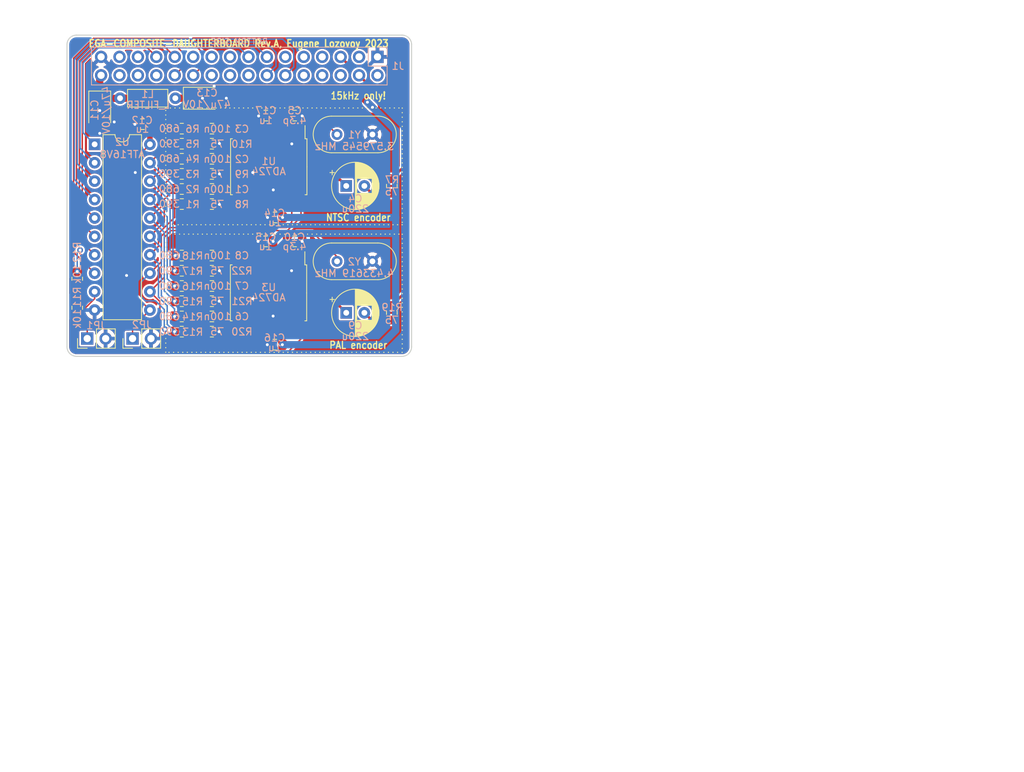
<source format=kicad_pcb>
(kicad_pcb (version 20221018) (generator pcbnew)
  (title_block (title "EGA-COMPOSITE-DAUGHTERBOARD") (date "2023-06-21") (rev "A") (company "Eugene Lozovoy"))
  (layers (0 "F.Cu" signal) (31 "B.Cu" signal) (34 "B.Paste" user) (35 "F.Paste" user) (36 "B.SilkS" user "B.Silkscreen") (37 "F.SilkS" user "F.Silkscreen") (38 "B.Mask" user) (39 "F.Mask" user) (44 "Edge.Cuts" user))
  (net 0 "")
  (net 1 "GND")
  (net 2 "Net-(U3-RIN)")
  (net 3 "Net-(U3-GIN)")
  (net 4 "Net-(U3-BIN)")
  (net 5 "Net-(U3-COMP)")
  (net 6 "Net-(U3-FIN)")
  (net 8 "/HIN")
  (net 9 "/VIN")
  (net 10 "/R1")
  (net 11 "/R0")
  (net 12 "/G1")
  (net 13 "/G0")
  (net 14 "/PAL")
  (net 15 "/B1")
  (net 16 "/B0")
  (net 17 "/NTSC")
  (net 18 "/VSYNC")
  (net 19 "/HSYNC")
  (net 26 "+5VA")
  (net 29 "/G0_IN")
  (net 30 "/B0_IN")
  (net 31 "/R0_IN")
  (net 42 "/B1_IN")
  (net 43 "/G1_IN")
  (net 44 "/R1_IN")
  (net 46 "Net-(U1-RIN)")
  (net 47 "Net-(C1-Pad2)")
  (net 48 "Net-(U1-GIN)")
  (net 49 "Net-(C2-Pad2)")
  (net 50 "Net-(U1-BIN)")
  (net 51 "Net-(C3-Pad2)")
  (net 52 "Net-(U1-COMP)")
  (net 53 "Net-(C4-Pad2)")
  (net 54 "Net-(U1-FIN)")
  (net 55 "Net-(C6-Pad2)")
  (net 56 "Net-(C7-Pad2)")
  (net 57 "Net-(C8-Pad2)")
  (net 58 "Net-(C9-Pad2)")
  (net 62 "+5V")
  (net 63 "Net-(JP1-A)")
  (net 64 "Net-(JP2-A)")
  (footprint "Resistor_SMD:R_0805_2012Metric_Pad1.20x1.40mm_HandSolder" (layer "F.Cu") (at 142.1625 118.55)
    (fp_text reference "R20")
    (fp_text value "75")
  )
  (footprint "Capacitor_SMD:C_0805_2012Metric_Pad1.18x1.45mm_HandSolder" (layer "F.Cu") (at 142.1625 90.55 180)
    (fp_text reference "C3")
    (fp_text value "100n")
  )
  (footprint "Capacitor_SMD:C_0805_2012Metric_Pad1.18x1.45mm_HandSolder" (layer "F.Cu") (at 153.5625 88.75)
    (fp_text reference "C5")
    (fp_text value "4.3p")
  )
  (footprint "Resistor_SMD:R_0805_2012Metric_Pad1.20x1.40mm_HandSolder" (layer "F.Cu") (at 138.0125 96.79)
    (fp_text reference "R3")
    (fp_text value "390")
  )
  (footprint "Package_SO:SOIC-16W_7.5x10.3mm_P1.27mm" (layer "F.Cu") (at 149.9675 113.2 -90)
    (fp_text reference "U3")
    (fp_text value "AD724")
  )
  (footprint "Capacitor_Tantalum_SMD:CP_EIA-3528-21_Kemet-B_Pad1.50x2.35mm_HandSolder" (layer "F.Cu") (at 140.8625 86.35)
    (fp_text reference "C13")
    (fp_text value "47u/10V")
  )
  (footprint "Capacitor_SMD:C_0805_2012Metric_Pad1.18x1.45mm_HandSolder" (layer "F.Cu") (at 142.1625 98.87 180)
    (fp_text reference "C1")
    (fp_text value "100n")
  )
  (footprint "Resistor_SMD:R_0805_2012Metric_Pad1.20x1.40mm_HandSolder" (layer "F.Cu") (at 123.6 111.25 -90)
    (fp_text reference "R12")
    (fp_text value "10k")
  )
  (footprint "Resistor_SMD:R_0805_2012Metric_Pad1.20x1.40mm_HandSolder" (layer "F.Cu") (at 138.0125 108.05)
    (fp_text reference "R18")
    (fp_text value "680")
  )
  (footprint "Resistor_SMD:R_0805_2012Metric_Pad1.20x1.40mm_HandSolder" (layer "F.Cu") (at 142.1625 96.79)
    (fp_text reference "R9")
    (fp_text value "75")
  )
  (footprint "Resistor_SMD:R_0805_2012Metric_Pad1.20x1.40mm_HandSolder" (layer "F.Cu") (at 123.6 115.25 -90)
    (fp_text reference "R11")
    (fp_text value "10k")
  )
  (footprint "Resistor_SMD:R_0805_2012Metric_Pad1.20x1.40mm_HandSolder" (layer "F.Cu") (at 138.0125 114.35)
    (fp_text reference "R15")
    (fp_text value "390")
  )
  (footprint "Resistor_SMD:R_0805_2012Metric_Pad1.20x1.40mm_HandSolder" (layer "F.Cu") (at 138.0125 116.45)
    (fp_text reference "R14")
    (fp_text value "680")
  )
  (footprint "Capacitor_SMD:C_0805_2012Metric_Pad1.18x1.45mm_HandSolder" (layer "F.Cu") (at 142.1625 94.71 180)
    (fp_text reference "C2")
    (fp_text value "100n")
  )
  (footprint "Capacitor_THT:CP_Radial_D6.3mm_P2.50mm" (layer "F.Cu") (at 160.680121 98.45)
    (fp_text reference "C4")
    (fp_text value "220u")
  )
  (footprint "Capacitor_SMD:C_0805_2012Metric_Pad1.18x1.45mm_HandSolder" (layer "F.Cu") (at 142.1625 112.25 180)
    (fp_text reference "C7")
    (fp_text value "100n")
  )
  (footprint "Capacitor_SMD:C_0805_2012Metric_Pad1.18x1.45mm_HandSolder" (layer "F.Cu") (at 153.5625 106.1)
    (fp_text reference "C10")
    (fp_text value "4.3p")
  )
  (footprint "Resistor_SMD:R_0805_2012Metric_Pad1.20x1.40mm_HandSolder" (layer "F.Cu") (at 138.0125 100.95)
    (fp_text reference "R1")
    (fp_text value "390")
  )
  (footprint "Capacitor_SMD:C_0805_2012Metric_Pad1.18x1.45mm_HandSolder" (layer "F.Cu") (at 142.1625 116.45 180)
    (fp_text reference "C6")
    (fp_text value "100n")
  )
  (footprint "Resistor_SMD:R_0805_2012Metric_Pad1.20x1.40mm_HandSolder" (layer "F.Cu") (at 142.1625 110.15)
    (fp_text reference "R22")
    (fp_text value "75")
  )
  (footprint "Capacitor_SMD:C_0805_2012Metric_Pad1.18x1.45mm_HandSolder" (layer "F.Cu") (at 149.565 106.1)
    (fp_text reference "C15")
    (fp_text value "1u")
  )
  (footprint "Resistor_SMD:R_0805_2012Metric_Pad1.20x1.40mm_HandSolder" (layer "F.Cu") (at 166.9675 115.95 -90)
    (fp_text reference "R19")
    (fp_text value "75")
  )
  (footprint "Capacitor_THT:CP_Radial_D6.3mm_P2.50mm" (layer "F.Cu") (at 160.680121 115.95)
    (fp_text reference "C9")
    (fp_text value "220u")
  )
  (footprint "Resistor_SMD:R_0805_2012Metric_Pad1.20x1.40mm_HandSolder" (layer "F.Cu") (at 138.0125 118.55)
    (fp_text reference "R13")
    (fp_text value "390")
  )
  (footprint "Resistor_SMD:R_0805_2012Metric_Pad1.20x1.40mm_HandSolder" (layer "F.Cu") (at 138.0125 90.55)
    (fp_text reference "R6")
    (fp_text value "680")
  )
  (footprint "Capacitor_SMD:C_0805_2012Metric_Pad1.18x1.45mm_HandSolder" (layer "F.Cu") (at 150.8675 102.8)
    (fp_text reference "C14")
    (fp_text value "1u")
  )
  (footprint "Capacitor_Tantalum_SMD:CP_EIA-3528-21_Kemet-B_Pad1.50x2.35mm_HandSolder" (layer "F.Cu") (at 126.7 88 -90)
    (fp_text reference "C11")
    (fp_text value "47u/10V")
  )
  (footprint "Resistor_SMD:R_0805_2012Metric_Pad1.20x1.40mm_HandSolder" (layer "F.Cu") (at 138.0125 112.25)
    (fp_text reference "R16")
    (fp_text value "680")
  )
  (footprint "Package_DIP:DIP-20_W7.62mm" (layer "F.Cu") (at 126 92.71)
    (fp_text reference "U2")
    (fp_text value "ATF16V8")
  )
  (footprint "Inductor_THT:L_Axial_L5.3mm_D2.2mm_P7.62mm_Horizontal_Vishay_IM-1" (layer "F.Cu") (at 129.5 86.35)
    (fp_text reference "L1")
    (fp_text value "L_FILTER")
  )
  (footprint "Resistor_SMD:R_0805_2012Metric_Pad1.20x1.40mm_HandSolder" (layer "F.Cu") (at 138.0125 94.71)
    (fp_text reference "R4")
    (fp_text value "680")
  )
  (footprint "Resistor_SMD:R_0805_2012Metric_Pad1.20x1.40mm_HandSolder" (layer "F.Cu") (at 166.9675 98.45 -90)
    (fp_text reference "R7")
    (fp_text value "75")
  )
  (footprint "Connector_PinHeader_2.54mm:PinHeader_1x02_P2.54mm_Vertical" (layer "F.Cu") (at 131.225 119.5 90)
    (fp_text reference "JP2")
    (fp_text value "Jumper_2_Open")
  )
  (footprint "Capacitor_SMD:C_0805_2012Metric_Pad1.18x1.45mm_HandSolder" (layer "F.Cu") (at 132.5825 89.935)
    (fp_text reference "C12")
    (fp_text value "1u")
  )
  (footprint "Resistor_SMD:R_0805_2012Metric_Pad1.20x1.40mm_HandSolder" (layer "F.Cu") (at 142.1625 114.35)
    (fp_text reference "R21")
    (fp_text value "75")
  )
  (footprint "Resistor_SMD:R_0805_2012Metric_Pad1.20x1.40mm_HandSolder" (layer "F.Cu") (at 142.1625 100.95)
    (fp_text reference "R8")
    (fp_text value "75")
  )
  (footprint "Resistor_SMD:R_0805_2012Metric_Pad1.20x1.40mm_HandSolder" (layer "F.Cu") (at 138.0125 98.87)
    (fp_text reference "R2")
    (fp_text value "680")
  )
  (footprint "Connector_PinHeader_2.54mm:PinHeader_1x02_P2.54mm_Vertical" (layer "F.Cu") (at 124.975 119.5 90)
    (fp_text reference "JP1")
    (fp_text value "Jumper_2_Open")
  )
  (footprint "Crystal:Crystal_HC49-4H_Vertical" (layer "F.Cu") (at 159.4125 91.35)
    (fp_text reference "Y1")
    (fp_text value "3.579545 MHz")
  )
  (footprint "Capacitor_SMD:C_0805_2012Metric_Pad1.18x1.45mm_HandSolder" (layer "F.Cu") (at 150.835 120.35)
    (fp_text reference "C16")
    (fp_text value "1u")
  )
  (footprint "Resistor_SMD:R_0805_2012Metric_Pad1.20x1.40mm_HandSolder" (layer "F.Cu") (at 138.0125 110.15)
    (fp_text reference "R17")
    (fp_text value "390")
  )
  (footprint "Resistor_SMD:R_0805_2012Metric_Pad1.20x1.40mm_HandSolder" (layer "F.Cu") (at 138.0125 92.63)
    (fp_text reference "R5")
    (fp_text value "390")
  )
  (footprint "Crystal:Crystal_HC49-4H_Vertical" (layer "F.Cu") (at 159.4125 108.85)
    (fp_text reference "Y2")
    (fp_text value "4.433619 MHz")
  )
  (footprint "Resistor_SMD:R_0805_2012Metric_Pad1.20x1.40mm_HandSolder" (layer "F.Cu") (at 142.1625 92.63)
    (fp_text reference "R10")
    (fp_text value "75")
  )
  (footprint "Capacitor_SMD:C_0805_2012Metric_Pad1.18x1.45mm_HandSolder" (layer "F.Cu") (at 142.1625 108.05 180)
    (fp_text reference "C8")
    (fp_text value "100n")
  )
  (footprint "Capacitor_SMD:C_0805_2012Metric_Pad1.18x1.45mm_HandSolder" (layer "F.Cu") (at 149.5975 88.75)
    (fp_text reference "C17")
    (fp_text value "1u")
  )
  (footprint "Package_SO:SOIC-16W_7.5x10.3mm_P1.27mm" (layer "F.Cu") (at 150 95.8 -90)
    (fp_text reference "U1")
    (fp_text value "AD724")
  )
  (footprint "Connector_PinHeader_2.54mm:PinHeader_2x16_P2.54mm_Vertical" (layer "B.Cu") (at 164.9875 80.65 90)
    (fp_text reference "J1")
    (fp_text value "EGA Feature Connector")
  )
  (gr_rect (start 135.8 87.7) (end 168.4 103.8) (stroke (width 0.15) (type dot)) (fill none) (layer "F.SilkS"))
  (gr_rect (start 135.8 105.1) (end 168.4 121.4) (stroke (width 0.15) (type dot)) (fill none) (layer "F.SilkS"))
  (gr_arc (start 169.69 120.637561) (mid 169.310029 121.561166) (end 168.39012 121.95) (stroke (width 0.15)) (layer "Edge.Cuts"))
  (gr_line (start 168.377561 77.65) (end 123.489881 77.65) (stroke (width 0.15)) (layer "Edge.Cuts"))
  (gr_line (start 123.502439 121.95) (end 168.39012 121.95) (stroke (width 0.15)) (layer "Edge.Cuts"))
  (gr_line (start 122.190001 78.962439) (end 122.19 120.65) (stroke (width 0.15)) (layer "Edge.Cuts"))
  (gr_arc (start 123.502439 121.95) (mid 122.578835 121.570029) (end 122.190001 120.650121) (stroke (width 0.15)) (layer "Edge.Cuts"))
  (gr_line (start 169.69 120.637561) (end 169.69 78.94988) (stroke (width 0.15)) (layer "Edge.Cuts"))
  (gr_arc (start 168.377561 77.65) (mid 169.301166 78.029971) (end 169.69 78.94988) (stroke (width 0.15)) (layer "Edge.Cuts"))
  (gr_arc (start 122.190001 78.962439) (mid 122.569972 78.038834) (end 123.489881 77.65) (stroke (width 0.15)) (layer "Edge.Cuts"))
  (gr_text "BOTTOM SIDE" (at 149.946579 79) (layer "B.SilkS") (effects (font (size 0.8 0.8) (thickness 0.12)) (justify left bottom mirror)))
  (gr_text "PAL encoder" (at 158.265476 121) (layer "F.SilkS") (effects (font (size 1 0.85) (thickness 0.17) bold) (justify left bottom)))
  (gr_text "15kHz only!" (at 158.447618 86.6) (layer "F.SilkS") (effects (font (size 1 0.85) (thickness 0.17) bold) (justify left bottom)))
  (gr_text "${TITLE} Rev.${REVISION}, ${COMPANY} 2023" (at 125.075864 79.4) (layer "F.SilkS") (effects (font (size 1 0.85) (thickness 0.2) bold) (justify left bottom)))
  (gr_text "NTSC encoder" (at 157.8 103.4) (layer "F.SilkS") (effects (font (size 1 0.85) (thickness 0.17) bold) (justify left bottom)))
  (segment (start 126.7 88.05) (end 126.7 89.625) (width 0.5) (layer "F.Cu") (net 1))
  (segment (start 150.635 99.01) (end 150.625 99) (width 0.5) (layer "F.Cu") (net 1))
  (segment (start 143.17 92.63) (end 143.2 92.6) (width 0.35) (layer "F.Cu") (net 1))
  (segment (start 143.19 96.79) (end 143.2 96.8) (width 0.35) (layer "F.Cu") (net 1))
  (segment (start 143.1625 118.55) (end 143.15 118.55) (width 0.35) (layer "F.Cu") (net 1))
  (segment (start 125.55 88.05) (end 126.7 88.05) (width 0.5) (layer "F.Cu") (net 1))
  (segment (start 150.6025 119.545) (end 149.7975 120.35) (width 0.5) (layer "F.Cu") (net 1))
  (segment (start 154.6 88.75) (end 154.6 88.8) (width 0.5) (layer "F.Cu") (net 1))
  (segment (start 149.365 100.45) (end 150.635 100.45) (width 0.2) (layer "F.Cu") (net 1))
  (segment (start 154.4125 108.55) (end 153.1425 108.55) (width 0.2) (layer "F.Cu") (net 1))
  (segment (start 150.635 101.995) (end 149.83 102.8) (width 0.5) (layer "F.Cu") (net 1))
  (segment (start 125 87.5) (end 125.55 88.05) (width 0.5) (layer "F.Cu") (net 1))
  (segment (start 126.8875 80.65) (end 128.1375 81.9) (width 0.5) (layer "F.Cu") (net 1))
  (segment (start 149.3325 117.85) (end 150.6025 117.85) (width 0.2) (layer "F.Cu") (net 1))
  (segment (start 154.6 88.75) (end 153.175 90.175) (width 0.5) (layer "F.Cu") (net 1))
  (segment (start 148.56 88.76) (end 148.6 88.8) (width 0.5) (layer "F.Cu") (net 1))
  (segment (start 153.1425 107.5575) (end 154.6 106.1) (width 0.5) (layer "F.Cu") (net 1))
  (segment (start 150.6025 117.85) (end 150.6025 116.4025) (width 0.5) (layer "F.Cu") (net 1))
  (segment (start 148.56 88.75) (end 148.56 88.76) (width 0.5) (layer "F.Cu") (net 1))
  (segment (start 150.635 100.45) (end 150.635 101.995) (width 0.5) (layer "F.Cu") (net 1))
  (segment (start 143.1625 96.79) (end 143.19 96.79) (width 0.35) (layer "F.Cu") (net 1))
  (segment (start 148.5275 106.1) (end 148.525 106.1) (width 0.5) (layer "F.Cu") (net 1))
  (segment (start 126.8875 80.65) (end 125 82.5375) (width 0.5) (layer "F.Cu") (net 1))
  (segment (start 143.1625 100.9625) (end 143.2 101) (width 0.35) (layer "F.Cu") (net 1))
  (segment (start 153.1425 110.1425) (end 153.1425 108.55) (width 0.5) (layer "F.Cu") (net 1))
  (segment (start 143.1625 110.15) (end 143.2 110.15) (width 0.35) (layer "F.Cu") (net 1))
  (segment (start 150.6025 116.4025) (end 150.6 116.4) (width 0.5) (layer "F.Cu") (net 1))
  (segment (start 153.175 92.65) (end 153.175 91.15) (width 0.5) (layer "F.Cu") (net 1))
  (segment (start 150.6025 117.85) (end 150.6025 119.545) (width 0.5) (layer "F.Cu") (net 1))
  (segment (start 153.1425 108.55) (end 153.1425 107.5575) (width 0.5) (layer "F.Cu") (net 1))
  (segment (start 143.1625 100.95) (end 143.1625 100.9625) (width 0.35) (layer "F.Cu") (net 1))
  (segment (start 143.1625 92.63) (end 143.17 92.63) (width 0.35) (layer "F.Cu") (net 1))
  (segment (start 125 82.5375) (end 125 87.5) (width 0.5) (layer "F.Cu") (net 1))
  (segment (start 150.635 100.45) (end 150.635 99.01) (width 0.5) (layer "F.Cu") (net 1))
  (segment (start 153.175 90.175) (end 153.175 91.15) (width 0.5) (layer "F.Cu") (net 1))
  (via (at 143.2 92.6) (size 0.8) (drill 0.4) (layers "F.Cu" "B.Cu") (net 1))
  (via (at 143.1625 114.35) (size 0.8) (drill 0.4) (layers "F.Cu" "B.Cu") (net 1))
  (via (at 147.8 114) (size 0.8) (drill 0.4) (layers "F.Cu" "B.Cu") (net 1))
  (via (at 131.6 96.6) (size 0.8) (drill 0.4) (layers "F.Cu" "B.Cu") (net 1))
  (via (at 143.2 96.8) (size 0.8) (drill 0.4) (layers "F.Cu" "B.Cu") (net 1))
  (via (at 131.55 89.95) (size 0.8) (drill 0.4) (layers "F.Cu" "B.Cu") (net 1))
  (via (at 143.2 110.15) (size 0.8) (drill 0.4) (layers "F.Cu" "B.Cu") (net 1))
  (via (at 148.6 88.8) (size 0.8) (drill 0.4) (layers "F.Cu" "B.Cu") (net 1))
  (via (at 128.7 89.625) (size 0.8) (drill 0.4) (layers "F.Cu" "B.Cu") (net 1))
  (via (at 142.475 84.675) (size 0.8) (drill 0.4) (layers "F.Cu" "B.Cu") (net 1))
  (via (at 143.15 118.55) (size 0.8) (drill 0.4) (layers "F.Cu" "B.Cu") (net 1))
  (via (at 154.6 88.8) (size 0.8) (drill 0.4) (layers "F.Cu" "B.Cu") (net 1))
  (via (at 150.6 116.4) (size 0.8) (drill 0.4) (layers "F.Cu" "B.Cu") (net 1))
  (via (at 153.175 92.65) (size 0.8) (drill 0.4) (layers "F.Cu" "B.Cu") (net 1))
  (via (at 153.1425 110.1425) (size 0.8) (drill 0.4) (layers "F.Cu" "B.Cu") (net 1))
  (via (at 143.2 101) (size 0.8) (drill 0.4) (layers "F.Cu" "B.Cu") (net 1))
  (via (at 147.8 96.6) (size 0.8) (drill 0.4) (layers "F.Cu" "B.Cu") (net 1))
  (via (at 126.7 91.2) (size 0.8) (drill 0.4) (layers "F.Cu" "B.Cu") (net 1))
  (via (at 144.15 86.35) (size 0.8) (drill 0.4) (layers "F.Cu" "B.Cu") (net 1))
  (via (at 126.7 88.05) (size 0.8) (drill 0.4) (layers "F.Cu" "B.Cu") (net 1))
  (via (at 140.8625 86.35) (size 0.8) (drill 0.4) (layers "F.Cu" "B.Cu") (net 1))
  (via (at 154.6 106.1) (size 0.8) (drill 0.4) (layers "F.Cu" "B.Cu") (net 1))
  (via (at 149.83 102.8) (size 0.8) (drill 0.4) (layers "F.Cu" "B.Cu") (net 1))
  (via (at 148.525 106.1) (size 0.8) (drill 0.4) (layers "F.Cu" "B.Cu") (net 1))
  (via (at 149.7975 120.35) (size 0.8) (drill 0.4) (layers "F.Cu" "B.Cu") (net 1))
  (via (at 150.625 99) (size 0.8) (drill 0.4) (layers "F.Cu" "B.Cu") (net 1))
  (via (at 130.4 110.8) (size 0.8) (drill 0.4) (layers "F.Cu" "B.Cu") (net 1))
  (segment (start 126.8875 80.65) (end 128.0375 81.8) (width 0.5) (layer "B.Cu") (net 1))
  (segment (start 164.9875 80.65) (end 163.6375 82) (width 0.5) (layer "B.Cu") (net 1))
  (segment (start 126.8875 80.65) (end 125.6375 81.9) (width 0.5) (layer "B.Cu") (net 1))
  (segment (start 143.2 116.45) (end 148.0625 111.5875) (width 0.35) (layer "F.Cu") (net 2))
  (segment (start 148.0625 111.5875) (end 148.0625 108.55) (width 0.35) (layer "F.Cu") (net 2))
  (segment (start 143.2 112.25) (end 144.55 112.25) (width 0.35) (layer "F.Cu") (net 3))
  (segment (start 146.7925 110.0075) (end 146.7925 108.55) (width 0.35) (layer "F.Cu") (net 3))
  (segment (start 144.55 112.25) (end 146.7925 110.0075) (width 0.35) (layer "F.Cu") (net 3))
  (segment (start 144.05 108.05) (end 144.55 108.55) (width 0.35) (layer "F.Cu") (net 4))
  (segment (start 144.55 108.55) (end 145.5225 108.55) (width 0.35) (layer "F.Cu") (net 4))
  (segment (start 143.2 108.05) (end 144.05 108.05) (width 0.35) (layer "F.Cu") (net 4))
  (segment (start 149.145038 115) (end 159.730121 115) (width 0.35) (layer "F.Cu") (net 5))
  (segment (start 146.7925 117.352538) (end 149.145038 115) (width 0.35) (layer "F.Cu") (net 5))
  (segment (start 159.730121 115) (end 160.680121 115.95) (width 0.35) (layer "F.Cu") (net 5))
  (segment (start 146.7925 117.85) (end 146.7925 117.352538) (width 0.35) (layer "F.Cu") (net 5))
  (segment (start 152.525 106.1) (end 153.825 104.8) (width 0.2) (layer "F.Cu") (net 6))
  (segment (start 153.825 104.8) (end 156 104.8) (width 0.2) (layer "F.Cu") (net 6))
  (segment (start 152.525 106.1) (end 151.8725 106.7525) (width 0.2) (layer "F.Cu") (net 6))
  (segment (start 159.4125 108.2125) (end 159.4125 108.85) (width 0.2) (layer "F.Cu") (net 6))
  (segment (start 151.8725 106.7525) (end 151.8725 108.55) (width 0.2) (layer "F.Cu") (net 6))
  (segment (start 156 104.8) (end 159.4125 108.2125) (width 0.2) (layer "F.Cu") (net 6))
  (segment (start 123.5 105.45) (end 126 107.95) (width 0.2) (layer "F.Cu") (net 8))
  (segment (start 123.5 81) (end 123.5 105.45) (width 0.2) (layer "F.Cu") (net 8))
  (segment (start 126 78.5) (end 123.5 81) (width 0.2) (layer "F.Cu") (net 8))
  (segment (start 137.0475 83.19) (end 138.3 81.9375) (width 0.2) (layer "F.Cu") (net 8))
  (segment (start 138.3 80.2) (end 136.6 78.5) (width 0.2) (layer "F.Cu") (net 8))
  (segment (start 138.3 81.9375) (end 138.3 80.2) (width 0.2) (layer "F.Cu") (net 8))
  (segment (start 136.6 78.5) (end 126 78.5) (width 0.2) (layer "F.Cu") (net 8))
  (segment (start 124.3 81.4) (end 124.3 101.17) (width 0.2) (layer "F.Cu") (net 9))
  (segment (start 133.1575 79.3) (end 126.4 79.3) (width 0.2) (layer "F.Cu") (net 9))
  (segment (start 124.3 101.17) (end 126 102.87) (width 0.2) (layer "F.Cu") (net 9))
  (segment (start 126.4 79.3) (end 124.3 81.4) (width 0.2) (layer "F.Cu") (net 9))
  (segment (start 134.5075 80.65) (end 133.1575 79.3) (width 0.2) (layer "F.Cu") (net 9))
  (segment (start 134.8 105) (end 134.8 106.77) (width 0.2) (layer "F.Cu") (net 10))
  (segment (start 137.0125 100.95) (end 137.0125 102.7875) (width 0.2) (layer "F.Cu") (net 10))
  (segment (start 137.0125 102.7875) (end 134.8 105) (width 0.2) (layer "F.Cu") (net 10))
  (segment (start 134.8 106.77) (end 133.62 107.95) (width 0.2) (layer "F.Cu") (net 10))
  (via (at 137.0125 118.55) (size 0.8) (drill 0.4) (layers "F.Cu" "B.Cu") (net 10))
  (segment (start 134.8 113.765686) (end 136 114.965686) (width 0.2) (layer "B.Cu") (net 10))
  (segment (start 136 117.5375) (end 137.0125 118.55) (width 0.2) (layer "B.Cu") (net 10))
  (segment (start 133.62 107.95) (end 134.8 109.13) (width 0.2) (layer "B.Cu") (net 10))
  (segment (start 136 114.965686) (end 136 117.5375) (width 0.2) (layer "B.Cu") (net 10))
  (segment (start 134.8 109.13) (end 134.8 113.765686) (width 0.2) (layer "B.Cu") (net 10))
  (segment (start 137.0125 98.87) (end 135.6 100.2825) (width 0.2) (layer "F.Cu") (net 11))
  (segment (start 135.6 100.2825) (end 135.6 103.43) (width 0.2) (layer "F.Cu") (net 11))
  (segment (start 135.6 103.43) (end 133.62 105.41) (width 0.2) (layer "F.Cu") (net 11))
  (via (at 137.0125 116.45) (size 0.8) (drill 0.4) (layers "F.Cu" "B.Cu") (net 11))
  (segment (start 135.2 106.99) (end 135.2 113.6) (width 0.2) (layer "B.Cu") (net 11))
  (segment (start 137.0125 115.4125) (end 137.0125 116.45) (width 0.2) (layer "B.Cu") (net 11))
  (segment (start 133.62 105.41) (end 135.2 106.99) (width 0.2) (layer "B.Cu") (net 11))
  (segment (start 135.2 113.6) (end 137.0125 115.4125) (width 0.2) (layer "B.Cu") (net 11))
  (segment (start 137.0125 96.79) (end 135.2 98.6025) (width 0.2) (layer "F.Cu") (net 12))
  (segment (start 135.2 98.6025) (end 135.2 101.29) (width 0.2) (layer "F.Cu") (net 12))
  (segment (start 135.2 101.29) (end 133.62 102.87) (width 0.2) (layer "F.Cu") (net 12))
  (via (at 137.0125 114.35) (size 0.8) (drill 0.4) (layers "F.Cu" "B.Cu") (net 12))
  (segment (start 135.6 104.85) (end 135.6 112.9375) (width 0.2) (layer "B.Cu") (net 12))
  (segment (start 133.62 102.87) (end 135.6 104.85) (width 0.2) (layer "B.Cu") (net 12))
  (segment (start 135.6 112.9375) (end 137.0125 114.35) (width 0.2) (layer "B.Cu") (net 12))
  (segment (start 137.0125 94.963186) (end 134.8 97.175686) (width 0.2) (layer "F.Cu") (net 13))
  (segment (start 134.8 97.175686) (end 134.8 99.15) (width 0.2) (layer "F.Cu") (net 13))
  (segment (start 134.8 99.15) (end 133.62 100.33) (width 0.2) (layer "F.Cu") (net 13))
  (segment (start 137.0125 94.71) (end 137.0125 94.963186) (width 0.2) (layer "F.Cu") (net 13))
  (via (at 137.0125 112.25) (size 0.8) (drill 0.4) (layers "F.Cu" "B.Cu") (net 13))
  (segment (start 136 111.2375) (end 137.0125 112.25) (width 0.2) (layer "B.Cu") (net 13))
  (segment (start 136 102.71) (end 136 111.2375) (width 0.2) (layer "B.Cu") (net 13))
  (segment (start 133.62 100.33) (end 136 102.71) (width 0.2) (layer "B.Cu") (net 13))
  (segment (start 159.9075 80.65) (end 161.1575 81.9) (width 0.35) (layer "F.Cu") (net 14))
  (segment (start 162.979912 81.9) (end 163.7625 82.682588) (width 0.35) (layer "F.Cu") (net 14))
  (segment (start 163.7625 82.682588) (end 163.7625 83.727182) (width 0.35) (layer "F.Cu") (net 14))
  (segment (start 169 96.195317) (end 169 112.9175) (width 0.35) (layer "F.Cu") (net 14))
  (segment (start 169 112.9175) (end 166.9675 114.95) (width 0.35) (layer "F.Cu") (net 14))
  (segment (start 161.1575 81.9) (end 162.979912 81.9) (width 0.35) (layer "F.Cu") (net 14))
  (segment (start 169.05 96.145317) (end 169 96.195317) (width 0.35) (layer "F.Cu") (net 14))
  (segment (start 169.05 89.014683) (end 169.05 96.145317) (width 0.35) (layer "F.Cu") (net 14))
  (segment (start 163.7625 83.727182) (end 169.05 89.014683) (width 0.35) (layer "F.Cu") (net 14))
  (segment (start 134.8 96.61) (end 133.62 97.79) (width 0.2) (layer "F.Cu") (net 15))
  (segment (start 134.8 94.8425) (end 134.8 96.61) (width 0.2) (layer "F.Cu") (net 15))
  (segment (start 137.0125 92.63) (end 134.8 94.8425) (width 0.2) (layer "F.Cu") (net 15))
  (via (at 137.0125 110.15) (size 0.8) (drill 0.4) (layers "F.Cu" "B.Cu") (net 15))
  (segment (start 136.4 100.57) (end 136.4 109.5375) (width 0.2) (layer "B.Cu") (net 15))
  (segment (start 133.62 97.79) (end 136.4 100.57) (width 0.2) (layer "B.Cu") (net 15))
  (segment (start 136.4 109.5375) (end 137.0125 110.15) (width 0.2) (layer "B.Cu") (net 15))
  (segment (start 134.8 94.07) (end 133.62 95.25) (width 0.2) (layer "F.Cu") (net 16))
  (segment (start 134.8 92.7625) (end 134.8 94.07) (width 0.2) (layer "F.Cu") (net 16))
  (segment (start 137.0125 90.55) (end 134.8 92.7625) (width 0.2) (layer "F.Cu") (net 16))
  (via (at 137.0995 108.05) (size 0.8) (drill 0.4) (layers "F.Cu" "B.Cu") (net 16))
  (segment (start 136.8 107.7505) (end 136.8 98.43) (width 0.2) (layer "B.Cu") (net 16))
  (segment (start 136.8 98.43) (end 133.62 95.25) (width 0.2) (layer "B.Cu") (net 16))
  (segment (start 137.0995 108.05) (end 136.8 107.7505) (width 0.2) (layer "B.Cu") (net 16))
  (segment (start 168.5 89.2425) (end 162.4475 83.19) (width 0.35) (layer "F.Cu") (net 17))
  (segment (start 166.9675 97.45) (end 168.5 95.9175) (width 0.35) (layer "F.Cu") (net 17))
  (segment (start 168.5 95.9175) (end 168.5 89.2425) (width 0.35) (layer "F.Cu") (net 17))
  (segment (start 148.6625 116.858604) (end 149.821104 115.7) (width 0.2) (layer "F.Cu") (net 18))
  (segment (start 135.2 108.91) (end 133.62 110.49) (width 0.2) (layer "F.Cu") (net 18))
  (segment (start 135.699058 119.433372) (end 137.265686 121) (width 0.2) (layer "F.Cu") (net 18))
  (segment (start 152.4 104.2) (end 153.175 103.425) (width 0.2) (layer "F.Cu") (net 18))
  (segment (start 135.2 105.369558) (end 135.2 108.91) (width 0.2) (layer "F.Cu") (net 18))
  (segment (start 146.573896 121) (end 148.6625 118.911396) (width 0.2) (layer "F.Cu") (net 18))
  (segment (start 137.265686 121) (end 146.573896 121) (width 0.2) (layer "F.Cu") (net 18))
  (segment (start 148.6625 118.911396) (end 148.6625 116.858604) (width 0.2) (layer "F.Cu") (net 18))
  (segment (start 136.369558 104.2) (end 152.4 104.2) (width 0.2) (layer "F.Cu") (net 18))
  (segment (start 151.949582 115.7) (end 153.1425 116.892918) (width 0.2) (layer "F.Cu") (net 18))
  (segment (start 153.1425 116.892918) (end 153.1425 117.85) (width 0.2) (layer "F.Cu") (net 18))
  (segment (start 149.821104 115.7) (end 151.949582 115.7) (width 0.2) (layer "F.Cu") (net 18))
  (segment (start 153.175 103.425) (end 153.175 100.45) (width 0.2) (layer "F.Cu") (net 18))
  (segment (start 135.699058 118.225802) (end 135.699058 119.433372) (width 0.2) (layer "F.Cu") (net 18))
  (segment (start 136.369558 104.2) (end 135.2 105.369558) (width 0.2) (layer "F.Cu") (net 18))
  (via (at 135.699058 118.225802) (size 0.8) (drill 0.4) (layers "F.Cu" "B.Cu") (net 18))
  (segment (start 135.6 118.126744) (end 135.6 115.5) (width 0.2) (layer "B.Cu") (net 18))
  (segment (start 135.699058 118.225802) (end 135.6 118.126744) (width 0.2) (layer "B.Cu") (net 18))
  (segment (start 135.6 115.5) (end 134.4 114.3) (width 0.2) (layer "B.Cu") (net 18))
  (segment (start 133 114.3) (end 132.4 113.7) (width 0.2) (layer "B.Cu") (net 18))
  (segment (start 132.4 113.7) (end 132.4 111.71) (width 0.2) (layer "B.Cu") (net 18))
  (segment (start 134.4 114.3) (end 133 114.3) (width 0.2) (layer "B.Cu") (net 18))
  (segment (start 132.4 111.71) (end 133.62 110.49) (width 0.2) (layer "B.Cu") (net 18))
  (segment (start 154.445 102.720686) (end 152.565686 104.6) (width 0.2) (layer "F.Cu") (net 19))
  (segment (start 152.565686 104.6) (end 136.535244 104.6) (width 0.2) (layer "F.Cu") (net 19))
  (segment (start 134.999058 119.499058) (end 134.999058 114.409058) (width 0.2) (layer "F.Cu") (net 19))
  (segment (start 135.6 105.535244) (end 135.6 111.05) (width 0.2) (layer "F.Cu") (net 19))
  (segment (start 135.6 111.05) (end 133.62 113.03) (width 0.2) (layer "F.Cu") (net 19))
  (segment (start 136.9 121.4) (end 134.999058 119.499058) (width 0.2) (layer "F.Cu") (net 19))
  (segment (start 154.4125 117.85) (end 154.4125 119.5875) (width 0.2) (layer "F.Cu") (net 19))
  (segment (start 134.999058 114.409058) (end 133.62 113.03) (width 0.2) (layer "F.Cu") (net 19))
  (segment (start 154.4125 119.5875) (end 152.6 121.4) (width 0.2) (layer "F.Cu") (net 19))
  (segment (start 152.6 121.4) (end 136.9 121.4) (width 0.2) (layer "F.Cu") (net 19))
  (segment (start 136.535244 104.6) (end 135.6 105.535244) (width 0.2) (layer "F.Cu") (net 19))
  (segment (start 154.445 100.45) (end 154.445 102.720686) (width 0.2) (layer "F.Cu") (net 19))
  (segment (start 145 88.6) (end 147.3 86.3) (width 1) (layer "F.Cu") (net 26))
  (segment (start 151.4 93.6) (end 153.8 93.6) (width 0.35) (layer "F.Cu") (net 26))
  (segment (start 150.635 91.15) (end 150.635 92.835) (width 0.35) (layer "F.Cu") (net 26))
  (segment (start 154.445 92.955) (end 154.445 91.15) (width 0.35) (layer "F.Cu") (net 26))
  (segment (start 149.3325 108.55) (end 150.6025 108.55) (width 0.35) (layer "F.Cu") (net 26))
  (segment (start 151.905 100.45) (end 151.905 102.8) (width 0.5) (layer "F.Cu") (net 26))
  (segment (start 153.8 93.6) (end 154.445 92.955) (width 0.35) (layer "F.Cu") (net 26))
  (segment (start 150.635 92.835) (end 151.4 93.6) (width 0.35) (layer "F.Cu") (net 26))
  (segment (start 164.3 87.6) (end 163 86.3) (width 1) (layer "F.Cu") (net 26))
  (segment (start 151.8725 117.85) (end 151.8725 120.35) (width 0.5) (layer "F.Cu") (net 26))
  (segment (start 163 86.3) (end 150.635 86.3) (width 1) (layer "F.Cu") (net 26))
  (segment (start 141.4875 88.6) (end 145 88.6) (width 1) (layer "F.Cu") (net 26))
  (segment (start 150.6025 106.1) (end 150.6025 108.55) (width 0.5) (layer "F.Cu") (net 26))
  (segment (start 150.635 86.3) (end 150.635 88.75) (width 1) (layer "F.Cu") (net 26))
  (segment (start 150.635 88.75) (end 150.635 91.15) (width 0.5) (layer "F.Cu") (net 26))
  (segment (start 147.3 86.3) (end 150.635 86.3) (width 1) (layer "F.Cu") (net 26))
  (segment (start 149.365 91.15) (end 150.635 91.15) (width 0.35) (layer "F.Cu") (net 26))
  (segment (start 139.2375 86.35) (end 141.4875 88.6) (width 1) (layer "F.Cu") (net 26))
  (segment (start 137.12 86.35) (end 139.2375 86.35) (width 1) (layer "F.Cu") (net 26))
  (via (at 151.905 102.8) (size 0.8) (drill 0.4) (layers "F.Cu" "B.Cu") (net 26))
  (via (at 163.6 86.9) (size 0.8) (drill 0.4) (layers "F.Cu" "B.Cu") (net 26))
  (via (at 150.6025 106.1) (size 0.8) (drill 0.4) (layers "F.Cu" "B.Cu") (net 26))
  (via (at 164.3 87.6) (size 0.8) (drill 0.4) (layers "F.Cu" "B.Cu") (net 26))
  (via (at 151.8725 120.35) (size 0.8) (drill 0.4) (layers "F.Cu" "B.Cu") (net 26))
  (segment (start 163.6 86.9) (end 167.5 90.8) (width 1) (layer "B.Cu") (net 26))
  (segment (start 151.7025 105) (end 167.5 105) (width 1) (layer "B.Cu") (net 26))
  (segment (start 150.6025 106.1) (end 151.7025 105) (width 1) (layer "B.Cu") (net 26))
  (segment (start 165.5 120.35) (end 151.8725 120.35) (width 1) (layer "B.Cu") (net 26))
  (segment (start 167.5 105) (end 167.5 118.35) (width 1) (layer "B.Cu") (net 26))
  (segment (start 151.905 102.8) (end 167.5 102.8) (width 1) (layer "B.Cu") (net 26))
  (segment (start 167.5 90.8) (end 167.5 102.8) (width 1) (layer "B.Cu") (net 26))
  (segment (start 167.5 102.8) (end 167.5 105) (width 1) (layer "B.Cu") (net 26))
  (segment (start 167.5 118.35) (end 165.5 120.35) (width 1) (layer "B.Cu") (net 26))
  (segment (start 123.1 107.59) (end 126 110.49) (width 0.2) (layer "F.Cu") (net 29))
  (segment (start 123.1 80.834314) (end 123.1 107.59) (width 0.2) (layer "F.Cu") (net 29))
  (segment (start 138.9 78.1) (end 125.834314 78.1) (width 0.2) (layer "F.Cu") (net 29))
  (segment (start 140.9 80.1) (end 138.9 78.1) (width 0.2) (layer "F.Cu") (net 29))
  (segment (start 140.9 81.8775) (end 140.9 80.1) (width 0.2) (layer "F.Cu") (net 29))
  (segment (start 139.5875 83.19) (end 140.9 81.8775) (width 0.2) (layer "F.Cu") (net 29))
  (segment (start 125.834314 78.1) (end 123.1 80.834314) (width 0.2) (layer "F.Cu") (net 29))
  (segment (start 135.2975 78.9) (end 126.234314 78.9) (width 0.2) (layer "F.Cu") (net 30))
  (segment (start 137.0475 80.65) (end 135.2975 78.9) (width 0.2) (layer "F.Cu") (net 30))
  (segment (start 126.234314 78.9) (end 123.9 81.234314) (width 0.2) (layer "F.Cu") (net 30))
  (segment (start 123.9 81.234314) (end 123.9 103.31) (width 0.2) (layer "F.Cu") (net 30))
  (segment (start 123.9 103.31) (end 126 105.41) (width 0.2) (layer "F.Cu") (net 30))
  (segment (start 149.7475 80.65) (end 148.0975 79) (width 0.2) (layer "B.Cu") (net 31))
  (segment (start 124 81.345469) (end 124 93.25) (width 0.2) (layer "B.Cu") (net 31))
  (segment (start 124 93.25) (end 126 95.25) (width 0.2) (layer "B.Cu") (net 31))
  (segment (start 148.0975 79) (end 126.345469 79) (width 0.2) (layer "B.Cu") (net 31))
  (segment (start 126.345469 79) (end 124 81.345469) (width 0.2) (layer "B.Cu") (net 31))
  (segment (start 126.179784 78.6) (end 123.6 81.179784) (width 0.2) (layer "B.Cu") (net 42))
  (segment (start 123.6 95.39) (end 126 97.79) (width 0.2) (layer "B.Cu") (net 42))
  (segment (start 149.561923 78.6) (end 126.179784 78.6) (width 0.2) (layer "B.Cu") (net 42))
  (segment (start 151 80.038077) (end 149.561923 78.6) (width 0.2) (layer "B.Cu") (net 42))
  (segment (start 149.7475 83.19) (end 151 81.9375) (width 0.2) (layer "B.Cu") (net 42))
  (segment (start 123.6 81.179784) (end 123.6 95.39) (width 0.2) (layer "B.Cu") (net 42))
  (segment (start 151 81.9375) (end 151 80.038077) (width 0.2) (layer "B.Cu") (net 42))
  (segment (start 123.2 81.014096) (end 123.2 97.53) (width 0.2) (layer "B.Cu") (net 43))
  (segment (start 152.2875 83.19) (end 153.4375 82.04) (width 0.2) (layer "B.Cu") (net 43))
  (segment (start 153.4375 82.04) (end 153.4375 79.7375) (width 0.2) (layer "B.Cu") (net 43))
  (segment (start 153.4375 79.7375) (end 151.9 78.2) (width 0.2) (layer "B.Cu") (net 43))
  (segment (start 151.9 78.2) (end 126.014096 78.2) (width 0.2) (layer "B.Cu") (net 43))
  (segment (start 123.2 97.53) (end 126 100.33) (width 0.2) (layer "B.Cu") (net 43))
  (segment (start 126.014096 78.2) (end 123.2 81.014096) (width 0.2) (layer "B.Cu") (net 43))
  (segment (start 126.511154 79.4) (end 124.4 81.511154) (width 0.2) (layer "B.Cu") (net 44))
  (segment (start 145.9575 79.4) (end 126.511154 79.4) (width 0.2) (layer "B.Cu") (net 44))
  (segment (start 147.2075 80.65) (end 145.9575 79.4) (width 0.2) (layer "B.Cu") (net 44))
  (segment (start 124.4 81.511154) (end 124.4 91.11) (width 0.2) (layer "B.Cu") (net 44))
  (segment (start 124.4 91.11) (end 126 92.71) (width 0.2) (layer "B.Cu") (net 44))
  (segment (start 148.095 91.15) (end 148.095 93.975) (width 0.35) (layer "F.Cu") (net 46))
  (segment (start 148.095 93.975) (end 143.2 98.87) (width 0.35) (layer "F.Cu") (net 46))
  (segment (start 141.125 100.9125) (end 141.1625 100.95) (width 0.35) (layer "F.Cu") (net 47))
  (segment (start 139.0125 98.87) (end 139.0125 100.95) (width 0.35) (layer "F.Cu") (net 47))
  (segment (start 141.125 98.87) (end 141.125 100.9125) (width 0.35) (layer "F.Cu") (net 47))
  (segment (start 141.1625 100.95) (end 139.0125 100.95) (width 0.35) (layer "F.Cu") (net 47))
  (segment (start 139.0125 98.87) (end 141.125 98.87) (width 0.35) (layer "F.Cu") (net 47))
  (segment (start 146.825 91.15) (end 146.825 92.575) (width 0.35) (layer "F.Cu") (net 48))
  (segment (start 144.69 94.71) (end 143.2 94.71) (width 0.35) (layer "F.Cu") (net 48))
  (segment (start 146.825 92.575) (end 144.69 94.71) (width 0.35) (layer "F.Cu") (net 48))
  (segment (start 139.0125 94.71) (end 141.125 94.71) (width 0.35) (layer "F.Cu") (net 49))
  (segment (start 139.0125 96.79) (end 141.1625 96.79) (width 0.35) (layer "F.Cu") (net 49))
  (segment (start 139.0125 94.71) (end 139.0125 96.79) (width 0.35) (layer "F.Cu") (net 49))
  (segment (start 141.125 96.7525) (end 141.1625 96.79) (width 0.35) (layer "F.Cu") (net 49))
  (segment (start 141.125 94.71) (end 141.125 96.7525) (width 0.35) (layer "F.Cu") (net 49))
  (segment (start 143.95 90.55) (end 144.55 91.15) (width 0.35) (layer "F.Cu") (net 50))
  (segment (start 144.55 91.15) (end 145.555 91.15) (width 0.35) (layer "F.Cu") (net 50))
  (segment (start 143.2 90.55) (end 143.95 90.55) (width 0.35) (layer "F.Cu") (net 50))
  (segment (start 141.125 90.55) (end 141.125 92.5925) (width 0.35) (layer "F.Cu") (net 51))
  (segment (start 139.0125 92.63) (end 141.1625 92.63) (width 0.35) (layer "F.Cu") (net 51))
  (segment (start 139.0125 90.55) (end 139.0125 92.63) (width 0.35) (layer "F.Cu") (net 51))
  (segment (start 139.0125 90.55) (end 141.125 90.55) (width 0.35) (layer "F.Cu") (net 51))
  (segment (start 141.125 92.5925) (end 141.1625 92.63) (width 0.35) (layer "F.Cu") (net 51))
  (segment (start 159.830121 97.6) (end 160.680121 98.45) (width 0.35) (layer "F.Cu") (net 52))
  (segment (start 146.825 99.952538) (end 149.177538 97.6) (width 0.35) (layer "F.Cu") (net 52))
  (segment (start 149.177538 97.6) (end 159.830121 97.6) (width 0.35) (layer "F.Cu") (net 52))
  (segment (start 146.825 100.45) (end 146.825 99.952538) (width 0.35) (layer "F.Cu") (net 52))
  (segment (start 166.9675 99.45) (end 164.180121 99.45) (width 0.35) (layer "F.Cu") (net 53))
  (segment (start 164.180121 99.45) (end 163.180121 98.45) (width 0.35) (layer "F.Cu") (net 53))
  (segment (start 152.525 88.75) (end 153.675 87.6) (width 0.2) (layer "F.Cu") (net 54))
  (segment (start 151.905 91.15) (end 151.905 89.37) (width 0.2) (layer "F.Cu") (net 54))
  (segment (start 153.675 87.6) (end 155.6625 87.6) (width 0.2) (layer "F.Cu") (net 54))
  (segment (start 155.6625 87.6) (end 159.4125 91.35) (width 0.2) (layer "F.Cu") (net 54))
  (segment (start 151.905 89.37) (end 152.525 88.75) (width 0.2) (layer "F.Cu") (net 54))
  (segment (start 141.125 116.45) (end 141.125 118.5125) (width 0.35) (layer "F.Cu") (net 55))
  (segment (start 139.0125 118.55) (end 141.1625 118.55) (width 0.35) (layer "F.Cu") (net 55))
  (segment (start 141.125 116.45) (end 139.0125 116.45) (width 0.35) (layer "F.Cu") (net 55))
  (segment (start 139.0125 116.45) (end 139.0125 118.55) (width 0.35) (layer "F.Cu") (net 55))
  (segment (start 141.125 118.5125) (end 141.1625 118.55) (width 0.35) (layer "F.Cu") (net 55))
  (segment (start 141.125 112.25) (end 141.125 114.3125) (width 0.35) (layer "F.Cu") (net 56))
  (segment (start 141.125 114.3125) (end 141.1625 114.35) (width 0.35) (layer "F.Cu") (net 56))
  (segment (start 139.0125 112.25) (end 141.125 112.25) (width 0.35) (layer "F.Cu") (net 56))
  (segment (start 139.0125 112.25) (end 139.0125 114.35) (width 0.35) (layer "F.Cu") (net 56))
  (segment (start 139.0125 114.35) (end 141.1625 114.35) (width 0.35) (layer "F.Cu") (net 56))
  (segment (start 141.125 108.05) (end 141.125 110.1125) (width 0.35) (layer "F.Cu") (net 57))
  (segment (start 141.1625 110.15) (end 139.0125 110.15) (width 0.35) (layer "F.Cu") (net 57))
  (segment (start 141.125 110.1125) (end 141.1625 110.15) (width 0.35) (layer "F.Cu") (net 57))
  (segment (start 139.0125 108.05) (end 139.0125 110.15) (width 0.35) (layer "F.Cu") (net 57))
  (segment (start 139.0125 108.05) (end 141.125 108.05) (width 0.35) (layer "F.Cu") (net 57))
  (segment (start 164.180121 116.95) (end 163.180121 115.95) (width 0.35) (layer "F.Cu") (net 58))
  (segment (start 166.9675 116.95) (end 164.180121 116.95) (width 0.35) (layer "F.Cu") (net 58))
  (segment (start 130 105.8) (end 130 96.33) (width 0.2) (layer "F.Cu") (net 62))
  (segment (start 126.8875 83.19) (end 126.7 83.3775) (width 1) (layer "F.Cu") (net 62))
  (segment (start 133.62 89.12) (end 133.62 89.935) (width 1) (layer "F.Cu") (net 62))
  (segment (start 126.7 86.375) (end 129.475 86.375) (width 1) (layer "F.Cu") (net 62))
  (segment (start 122.6 113.25) (end 123.6 114.25) (width 0.2) (layer "F.Cu") (net 62))
  (segment (start 129.5 86.35) (end 130.85 86.35) (width 1) (layer "F.Cu") (net 62))
  (segment (start 124 107.802818) (end 125.397182 109.2) (width 0.2) (layer "F.Cu") (net 62))
  (segment (start 129.475 86.375) (end 129.5 86.35) (width 1) (layer "F.Cu") (net 62))
  (segment (start 130 96.33) (end 133.62 92.71) (width 0.2) (layer "F.Cu") (net 62))
  (segment (start 126.6 109.2) (end 130 105.8) (width 0.2) (layer "F.Cu") (net 62))
  (segment (start 122.6 111.25) (end 122.6 113.25) (width 0.2) (layer "F.Cu") (net 62))
  (segment (start 130.85 86.35) (end 133.62 89.12) (width 1) (layer "F.Cu") (net 62))
  (segment (start 123.6 110.25) (end 122.6 111.25) (width 0.2) (layer "F.Cu") (net 62))
  (segment (start 133.62 89.935) (end 133.62 92.71) (width 0.75) (layer "F.Cu") (net 62))
  (segment (start 126.7 83.3775) (end 126.7 86.375) (width 1) (layer "F.Cu") (net 62))
  (segment (start 125.397182 109.2) (end 126.6 109.2) (width 0.2) (layer "F.Cu") (net 62))
  (segment (start 124 107.3) (end 124 107.802818) (width 0.2) (layer "F.Cu") (net 62))
  (via (at 123.6 110.25) (size 0.8) (drill 0.4) (layers "F.Cu" "B.Cu") (net 62))
  (via (at 124 107.3) (size 0.8) (drill 0.4) (layers "F.Cu" "B.Cu") (net 62))
  (segment (start 124 107.3) (end 123.6 107.7) (width 0.2) (layer "B.Cu") (net 62))
  (segment (start 123.6 107.7) (end 123.6 110.25) (width 0.2) (layer "B.Cu") (net 62))
  (segment (start 124.975 119.5) (end 124.975 117.625) (width 0.2) (layer "F.Cu") (net 63))
  (segment (start 124.975 117.625) (end 123.6 116.25) (width 0.2) (layer "F.Cu") (net 63))
  (segment (start 126 114) (end 123.9 116.1) (width 0.2) (layer "F.Cu") (net 63))
  (segment (start 126 113.03) (end 126 114) (width 0.2) (layer "F.Cu") (net 63))
  (segment (start 129.85 111.8) (end 124.05 111.8) (width 0.2) (layer "F.Cu") (net 64))
  (segment (start 124.05 111.8) (end 123.6 112.25) (width 0.2) (layer "F.Cu") (net 64))
  (segment (start 133.62 115.57) (end 129.85 111.8) (width 0.2) (layer "F.Cu") (net 64))
  (segment (start 131.225 117.965) (end 133.62 115.57) (width 0.2) (layer "F.Cu") (net 64))
  (segment (start 131.225 119.5) (end 131.225 117.965) (width 0.2) (layer "F.Cu") (net 64))
  (zone (net 1) (net_name "GND") (layers "F&B.Cu") (connect_pads (clearance 0.254)) (min_thickness 0.25) (fill yes (thermal_gap 0.5) (thermal_bridge_width 0.5))
    (polygon (pts (xy 122 77.35) (xy 170 77.35) (xy 170 122.25) (xy 122 122.25)))
  )
)
</source>
